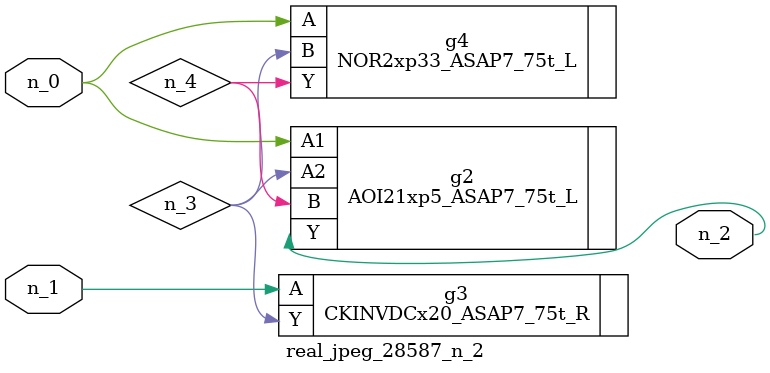
<source format=v>
module real_jpeg_28587_n_2 (n_1, n_0, n_2);

input n_1;
input n_0;

output n_2;

wire n_4;
wire n_3;

AOI21xp5_ASAP7_75t_L g2 ( 
.A1(n_0),
.A2(n_3),
.B(n_4),
.Y(n_2)
);

NOR2xp33_ASAP7_75t_L g4 ( 
.A(n_0),
.B(n_3),
.Y(n_4)
);

CKINVDCx20_ASAP7_75t_R g3 ( 
.A(n_1),
.Y(n_3)
);


endmodule
</source>
